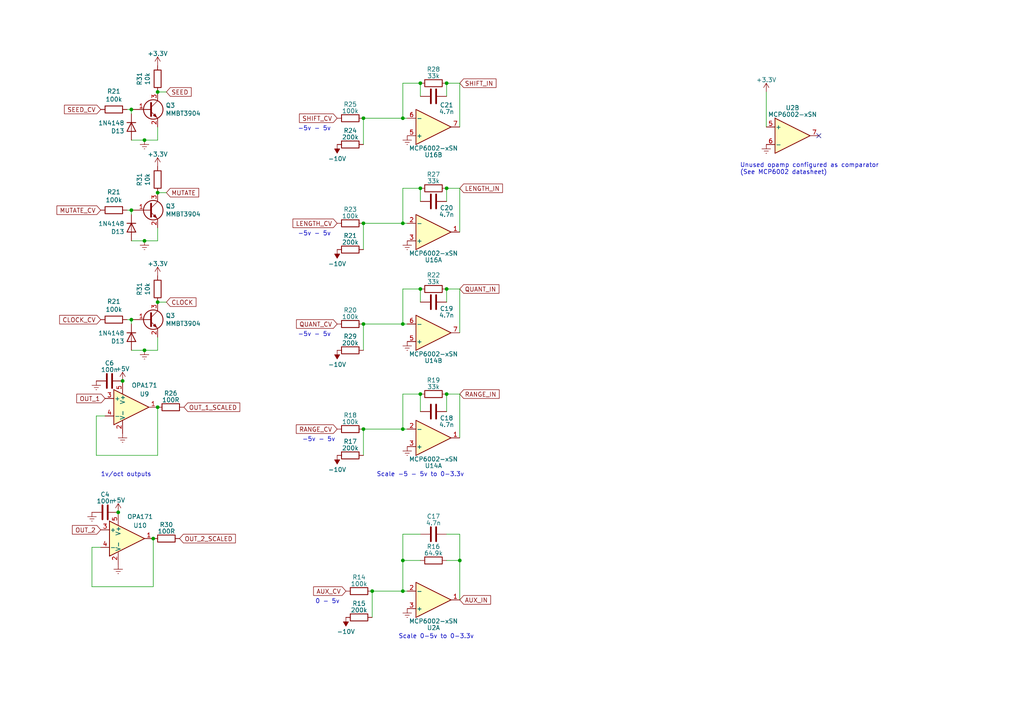
<source format=kicad_sch>
(kicad_sch (version 20231120) (generator "eeschema") (generator_version "8.0")
  (paper "A4")
  (title_block (title "IO scaling and buffering") (date "2023-06-07") (rev "1.1"))
  (lib_symbols
    (symbol "+3.3V_1" (power) (pin_names (offset 0))
      (property "Value" "+3.3V_1" (at 0 3.556 0))
      (symbol "+3.3V_1_0_1"
        (polyline (pts (xy -0.762 1.27) (xy 0 2.54)))
        (polyline (pts (xy 0 0) (xy 0 2.54)))
        (polyline (pts (xy 0 2.54) (xy 0.762 1.27)))
      )
      (symbol "+3.3V_1_1_1"
        (pin power_in line (at 0 0 90) (length 0) hide (name "+3.3V") (number "1"))
      )
    )
    (symbol "+3.3V_2" (power) (pin_names (offset 0))
      (property "Value" "+3.3V_2" (at 0 3.556 0))
      (symbol "+3.3V_2_0_1"
        (polyline (pts (xy -0.762 1.27) (xy 0 2.54)))
        (polyline (pts (xy 0 0) (xy 0 2.54)))
        (polyline (pts (xy 0 2.54) (xy 0.762 1.27)))
      )
      (symbol "+3.3V_2_1_1"
        (pin power_in line (at 0 0 90) (length 0) hide (name "+3.3V") (number "1"))
      )
    )
    (symbol "+3.3V_3" (power) (pin_names (offset 0))
      (property "Value" "+3.3V_3" (at 0 3.556 0))
      (symbol "+3.3V_3_0_1"
        (polyline (pts (xy -0.762 1.27) (xy 0 2.54)))
        (polyline (pts (xy 0 0) (xy 0 2.54)))
        (polyline (pts (xy 0 2.54) (xy 0.762 1.27)))
      )
      (symbol "+3.3V_3_1_1"
        (pin power_in line (at 0 0 90) (length 0) hide (name "+3.3V") (number "1"))
      )
    )
    (symbol "Amplifier_Operational:MCP6002-xSN" (pin_names (offset 0.127))
      (property "Reference" "U" (at 0 5.08 0))
      (property "Value" "MCP6002-xSN" (at 0 -5.08 0))
      (symbol "MCP6002-xSN_1_1"
        (polyline (pts (xy -5.08 5.08) (xy 5.08 0) (xy -5.08 -5.08) (xy -5.08 5.08)) (stroke (width 0.254)) (fill (type background)))
        (pin output line (at 7.62 0 180) (length 2.54) (name "~") (number "1"))
        (pin input line (at -7.62 -2.54 0) (length 2.54) (name "-") (number "2"))
        (pin input line (at -7.62 2.54 0) (length 2.54) (name "+") (number "3"))
      )
      (symbol "MCP6002-xSN_2_1"
        (polyline (pts (xy -5.08 5.08) (xy 5.08 0) (xy -5.08 -5.08) (xy -5.08 5.08)) (stroke (width 0.254)) (fill (type background)))
        (pin input line (at -7.62 2.54 0) (length 2.54) (name "+") (number "5"))
        (pin input line (at -7.62 -2.54 0) (length 2.54) (name "-") (number "6"))
        (pin output line (at 7.62 0 180) (length 2.54) (name "~") (number "7"))
      )
      (symbol "MCP6002-xSN_3_1"
        (pin power_in line (at -2.54 -7.62 90) (length 3.81) (name "V-") (number "4"))
        (pin power_in line (at -2.54 7.62 270) (length 3.81) (name "V+") (number "8"))
      )
    )
    (symbol "Amplifier_Operational:OPA188xxDBV" (pin_names (offset 0.127))
      (property "Reference" "U" (at 0 5.08 0))
      (property "Value" "OPA188xxDBV" (at 0 -5.08 0))
      (symbol "OPA188xxDBV_0_1"
        (polyline (pts (xy -5.08 5.08) (xy 5.08 0) (xy -5.08 -5.08) (xy -5.08 5.08)) (stroke (width 0.254)) (fill (type background)))
        (pin power_in line (at -2.54 -7.62 90) (length 3.81) (name "V-") (number "2"))
        (pin power_in line (at -2.54 7.62 270) (length 3.81) (name "V+") (number "5"))
      )
      (symbol "OPA188xxDBV_1_1"
        (pin output line (at 7.62 0 180) (length 2.54) (name "~") (number "1"))
        (pin input line (at -7.62 2.54 0) (length 2.54) (name "+") (number "3"))
        (pin input line (at -7.62 -2.54 0) (length 2.54) (name "-") (number "4"))
      )
    )
    (symbol "Device:C" (pin_numbers hide) (pin_names (offset 0.254))
      (property "Reference" "C" (at 0.635 2.54 0))
      (property "Value" "C" (at 0.635 -2.54 0))
      (symbol "C_0_1"
        (polyline (pts (xy -2.032 -0.762) (xy 2.032 -0.762)) (stroke (width 0.508)))
        (polyline (pts (xy -2.032 0.762) (xy 2.032 0.762)) (stroke (width 0.508)))
      )
      (symbol "C_1_1"
        (pin passive line (at 0 3.81 270) (length 2.794) (name "~") (number "1"))
        (pin passive line (at 0 -3.81 90) (length 2.794) (name "~") (number "2"))
      )
    )
    (symbol "Device:R" (pin_numbers hide) (pin_names (offset 0))
      (property "Reference" "R" (at 2.032 0 90))
      (property "Value" "R" (at 0 0 90))
      (symbol "R_0_1"
        (rectangle (start -1.016 -2.54) (end 1.016 2.54) (stroke (width 0.254)))
      )
      (symbol "R_1_1"
        (pin passive line (at 0 3.81 270) (length 1.27) (name "~") (number "1"))
        (pin passive line (at 0 -3.81 90) (length 1.27) (name "~") (number "2"))
      )
    )
    (symbol "Diode:1N4148" (pin_numbers hide) (pin_names (offset 1.016) hide)
      (property "Reference" "D" (at 0 2.54 0))
      (property "Value" "1N4148" (at 0 -2.54 0))
      (symbol "1N4148_0_1"
        (polyline (pts (xy -1.27 1.27) (xy -1.27 -1.27)) (stroke (width 0.254)))
        (polyline (pts (xy 1.27 0) (xy -1.27 0)))
        (polyline (pts (xy 1.27 1.27) (xy 1.27 -1.27) (xy -1.27 0) (xy 1.27 1.27)) (stroke (width 0.254)))
      )
      (symbol "1N4148_1_1"
        (pin passive line (at -3.81 0 0) (length 2.54) (name "K") (number "1"))
        (pin passive line (at 3.81 0 180) (length 2.54) (name "A") (number "2"))
      )
    )
    (symbol "Earth_1" (power) (pin_names (offset 0))
      (symbol "Earth_1_0_1"
        (polyline (pts (xy -0.635 -1.905) (xy 0.635 -1.905)))
        (polyline (pts (xy -0.127 -2.54) (xy 0.127 -2.54)))
        (polyline (pts (xy 0 -1.27) (xy 0 0)))
        (polyline (pts (xy 1.27 -1.27) (xy -1.27 -1.27)))
      )
      (symbol "Earth_1_1_1"
        (pin power_in line (at 0 0 270) (length 0) hide (name "Earth") (number "1"))
      )
    )
    (symbol "Earth_2" (power) (pin_names (offset 0))
      (symbol "Earth_2_0_1"
        (polyline (pts (xy -0.635 -1.905) (xy 0.635 -1.905)))
        (polyline (pts (xy -0.127 -2.54) (xy 0.127 -2.54)))
        (polyline (pts (xy 0 -1.27) (xy 0 0)))
        (polyline (pts (xy 1.27 -1.27) (xy -1.27 -1.27)))
      )
      (symbol "Earth_2_1_1"
        (pin power_in line (at 0 0 270) (length 0) hide (name "Earth") (number "1"))
      )
    )
    (symbol "Earth_3" (power) (pin_names (offset 0))
      (symbol "Earth_3_0_1"
        (polyline (pts (xy -0.635 -1.905) (xy 0.635 -1.905)))
        (polyline (pts (xy -0.127 -2.54) (xy 0.127 -2.54)))
        (polyline (pts (xy 0 -1.27) (xy 0 0)))
        (polyline (pts (xy 1.27 -1.27) (xy -1.27 -1.27)))
      )
      (symbol "Earth_3_1_1"
        (pin power_in line (at 0 0 270) (length 0) hide (name "Earth") (number "1"))
      )
    )
    (symbol "Transistor_BJT:MMBT3904" (pin_names (offset 0) hide)
      (property "Reference" "Q" (at 5.08 1.905 0))
      (property "Value" "MMBT3904" (at 5.08 0 0))
      (symbol "MMBT3904_0_1"
        (polyline (pts (xy 0.635 0.635) (xy 2.54 2.54)))
        (polyline (pts (xy 0.635 -0.635) (xy 2.54 -2.54) (xy 2.54 -2.54)))
        (polyline (pts (xy 0.635 1.905) (xy 0.635 -1.905) (xy 0.635 -1.905)) (stroke (width 0.508)))
        (polyline (pts (xy 1.27 -1.778) (xy 1.778 -1.27) (xy 2.286 -2.286) (xy 1.27 -1.778) (xy 1.27 -1.778)) (fill (type outline)))
        (circle (center 1.27 0) (radius 2.8194) (stroke (width 0.254)))
      )
      (symbol "MMBT3904_1_1"
        (pin input line (at -5.08 0 0) (length 5.715) (name "B") (number "1"))
        (pin passive line (at 2.54 -5.08 90) (length 2.54) (name "E") (number "2"))
        (pin passive line (at 2.54 5.08 270) (length 2.54) (name "C") (number "3"))
      )
    )
    (symbol "power:+5V" (power) (pin_names (offset 0))
      (property "Value" "+5V" (at 0 3.556 0))
      (symbol "+5V_0_1"
        (polyline (pts (xy -0.762 1.27) (xy 0 2.54)))
        (polyline (pts (xy 0 0) (xy 0 2.54)))
        (polyline (pts (xy 0 2.54) (xy 0.762 1.27)))
      )
      (symbol "+5V_1_1"
        (pin power_in line (at 0 0 90) (length 0) hide (name "+5V") (number "1"))
      )
    )
    (symbol "power:-10V" (power) (pin_names (offset 0))
      (property "Value" "-10V" (at 0 3.81 0))
      (symbol "-10V_0_0"
        (pin power_in line (at 0 0 90) (length 0) hide (name "-10V") (number "1"))
      )
      (symbol "-10V_0_1"
        (polyline (pts (xy 0 0) (xy 0 1.27) (xy 0.762 1.27) (xy 0 2.54) (xy -0.762 1.27) (xy 0 1.27)) (fill (type outline)))
      )
    )
    (symbol "power:Earth" (power) (pin_names (offset 0))
      (symbol "Earth_0_1"
        (polyline (pts (xy -0.635 -1.905) (xy 0.635 -1.905)))
        (polyline (pts (xy -0.127 -2.54) (xy 0.127 -2.54)))
        (polyline (pts (xy 0 -1.27) (xy 0 0)))
        (polyline (pts (xy 1.27 -1.27) (xy -1.27 -1.27)))
      )
      (symbol "Earth_1_1"
        (pin power_in line (at 0 0 270) (length 0) hide (name "Earth") (number "1"))
      )
    )
  )
  (junction (at 116.84 93.98))
  (junction (at 38.1 31.75))
  (junction (at 121.92 54.61))
  (junction (at 121.92 83.82))
  (junction (at 45.72 87.63))
  (junction (at 45.72 26.67))
  (junction (at 116.84 34.29))
  (junction (at 105.41 64.77))
  (junction (at 129.54 114.3))
  (junction (at 41.91 40.64))
  (junction (at 34.29 148.59))
  (junction (at 116.84 162.56))
  (junction (at 116.84 64.77))
  (junction (at 41.91 69.85))
  (junction (at 105.41 93.98))
  (junction (at 129.54 54.61))
  (junction (at 38.1 92.71))
  (junction (at 133.35 162.56))
  (junction (at 107.95 171.45))
  (junction (at 35.56 110.49))
  (junction (at 105.41 34.29))
  (junction (at 105.41 124.46))
  (junction (at 38.1 60.96))
  (junction (at 121.92 114.3))
  (junction (at 116.84 171.45))
  (junction (at 44.45 156.21))
  (junction (at 129.54 83.82))
  (junction (at 116.84 124.46))
  (junction (at 121.92 24.13))
  (junction (at 129.54 24.13))
  (junction (at 41.91 101.6))
  (junction (at 45.72 55.88))
  (junction (at 45.72 118.11))
  (no_connect (at 237.49 39.37))
  (wire (pts (xy 105.41 124.46) (xy 105.41 132.08)))
  (wire (pts (xy 121.92 54.61) (xy 121.92 58.42)))
  (wire (pts (xy 116.84 162.56) (xy 116.84 171.45)))
  (wire (pts (xy 133.35 154.94) (xy 133.35 162.56)))
  (wire (pts (xy 45.72 66.04) (xy 45.72 69.85)))
  (wire (pts (xy 121.92 114.3) (xy 116.84 114.3)))
  (wire (pts (xy 116.84 154.94) (xy 116.84 162.56)))
  (wire (pts (xy 45.72 36.83) (xy 45.72 40.64)))
  (wire (pts (xy 105.41 93.98) (xy 116.84 93.98)))
  (wire (pts (xy 116.84 124.46) (xy 118.11 124.46)))
  (wire (pts (xy 38.1 101.6) (xy 41.91 101.6)))
  (wire (pts (xy 129.54 114.3) (xy 129.54 119.38)))
  (wire (pts (xy 26.67 158.75) (xy 29.21 158.75)))
  (wire (pts (xy 38.1 60.96) (xy 38.1 62.23)))
  (wire (pts (xy 41.91 101.6) (xy 45.72 101.6)))
  (wire (pts (xy 38.1 92.71) (xy 38.1 93.98)))
  (wire (pts (xy 129.54 54.61) (xy 129.54 58.42)))
  (wire (pts (xy 121.92 24.13) (xy 121.92 27.94)))
  (wire (pts (xy 129.54 83.82) (xy 129.54 87.63)))
  (wire (pts (xy 133.35 127) (xy 133.35 114.3)))
  (wire (pts (xy 26.67 170.18) (xy 44.45 170.18)))
  (wire (pts (xy 105.41 64.77) (xy 116.84 64.77)))
  (wire (pts (xy 116.84 64.77) (xy 118.11 64.77)))
  (wire (pts (xy 116.84 54.61) (xy 116.84 64.77)))
  (wire (pts (xy 121.92 24.13) (xy 116.84 24.13)))
  (wire (pts (xy 133.35 54.61) (xy 129.54 54.61)))
  (wire (pts (xy 133.35 162.56) (xy 133.35 173.99)))
  (wire (pts (xy 45.72 97.79) (xy 45.72 101.6)))
  (wire (pts (xy 48.26 55.88) (xy 45.72 55.88)))
  (wire (pts (xy 121.92 162.56) (xy 116.84 162.56)))
  (wire (pts (xy 41.91 40.64) (xy 45.72 40.64)))
  (wire (pts (xy 116.84 24.13) (xy 116.84 34.29)))
  (wire (pts (xy 105.41 64.77) (xy 105.41 72.39)))
  (wire (pts (xy 107.95 171.45) (xy 116.84 171.45)))
  (wire (pts (xy 133.35 36.83) (xy 133.35 24.13)))
  (wire (pts (xy 129.54 154.94) (xy 133.35 154.94)))
  (wire (pts (xy 121.92 54.61) (xy 116.84 54.61)))
  (wire (pts (xy 26.67 170.18) (xy 26.67 158.75)))
  (wire (pts (xy 48.26 26.67) (xy 45.72 26.67)))
  (wire (pts (xy 133.35 83.82) (xy 129.54 83.82)))
  (wire (pts (xy 36.83 31.75) (xy 38.1 31.75)))
  (wire (pts (xy 38.1 31.75) (xy 38.1 33.02)))
  (wire (pts (xy 105.41 93.98) (xy 105.41 101.6)))
  (wire (pts (xy 133.35 114.3) (xy 129.54 114.3)))
  (wire (pts (xy 105.41 124.46) (xy 116.84 124.46)))
  (wire (pts (xy 48.26 87.63) (xy 45.72 87.63)))
  (wire (pts (xy 105.41 34.29) (xy 105.41 41.91)))
  (wire (pts (xy 116.84 34.29) (xy 118.11 34.29)))
  (wire (pts (xy 107.95 171.45) (xy 107.95 179.07)))
  (wire (pts (xy 222.25 26.67) (xy 222.25 36.83)))
  (wire (pts (xy 121.92 83.82) (xy 116.84 83.82)))
  (wire (pts (xy 105.41 34.29) (xy 116.84 34.29)))
  (wire (pts (xy 27.94 120.65) (xy 30.48 120.65)))
  (wire (pts (xy 116.84 83.82) (xy 116.84 93.98)))
  (wire (pts (xy 133.35 67.31) (xy 133.35 54.61)))
  (wire (pts (xy 116.84 171.45) (xy 118.11 171.45)))
  (wire (pts (xy 27.94 132.08) (xy 27.94 120.65)))
  (wire (pts (xy 133.35 96.52) (xy 133.35 83.82)))
  (wire (pts (xy 41.91 69.85) (xy 45.72 69.85)))
  (wire (pts (xy 129.54 162.56) (xy 133.35 162.56)))
  (wire (pts (xy 116.84 114.3) (xy 116.84 124.46)))
  (wire (pts (xy 44.45 156.21) (xy 44.45 170.18)))
  (wire (pts (xy 36.83 60.96) (xy 38.1 60.96)))
  (wire (pts (xy 116.84 93.98) (xy 118.11 93.98)))
  (wire (pts (xy 129.54 24.13) (xy 129.54 27.94)))
  (wire (pts (xy 36.83 92.71) (xy 38.1 92.71)))
  (wire (pts (xy 121.92 83.82) (xy 121.92 87.63)))
  (wire (pts (xy 38.1 69.85) (xy 41.91 69.85)))
  (wire (pts (xy 121.92 114.3) (xy 121.92 119.38)))
  (wire (pts (xy 45.72 118.11) (xy 45.72 132.08)))
  (wire (pts (xy 27.94 132.08) (xy 45.72 132.08)))
  (wire (pts (xy 121.92 154.94) (xy 116.84 154.94)))
  (wire (pts (xy 133.35 24.13) (xy 129.54 24.13)))
  (wire (pts (xy 38.1 40.64) (xy 41.91 40.64)))
  (text "Scale -5 - 5v to 0-3.3v" (at 109.22 138.43 0) (effects (font (size 1.27 1.27)) (justify left bottom)))
  (text "1v/oct outputs" (at 29.21 138.43 0) (effects (font (size 1.27 1.27)) (justify left bottom)))
  (text "-5v - 5v" (at 86.36 38.1 0) (effects (font (size 1.27 1.27)) (justify left bottom)))
  (text "-5v - 5v" (at 87.63 128.27 0) (effects (font (size 1.27 1.27)) (justify left bottom)))
  (text "Unused opamp configured as comparator\n(See MCP6002 datasheet)" (at 214.63 50.8 0) (effects (font (size 1.27 1.27)) (justify left bottom)))
  (text "0 - 5v" (at 91.44 175.26 0) (effects (font (size 1.27 1.27)) (justify left bottom)))
  (text "-5v - 5v" (at 86.36 68.58 0) (effects (font (size 1.27 1.27)) (justify left bottom)))
  (text "-5v - 5v" (at 86.36 97.79 0) (effects (font (size 1.27 1.27)) (justify left bottom)))
  (text "Scale 0-5v to 0-3.3v" (at 115.57 185.42 0) (effects (font (size 1.27 1.27)) (justify left bottom)))
  (global_label "QUANT_CV" (shape input) (at 97.79 93.98 180) (property "Intersheetrefs" "${INTERSHEET_REFS}" (effects (hide yes))))
  (global_label "MUTATE" (shape input) (at 48.26 55.88 0) (property "Intersheetrefs" "${INTERSHEET_REFS}" (effects (hide yes))))
  (global_label "SHIFT_CV" (shape input) (at 97.79 34.29 180) (property "Intersheetrefs" "${INTERSHEET_REFS}" (effects (hide yes))))
  (global_label "CLOCK" (shape input) (at 48.26 87.63 0) (property "Intersheetrefs" "${INTERSHEET_REFS}" (effects (hide yes))))
  (global_label "MUTATE_CV" (shape input) (at 29.21 60.96 180) (property "Intersheetrefs" "${INTERSHEET_REFS}" (effects (hide yes))))
  (global_label "AUX_IN" (shape input) (at 133.35 173.99 0) (property "Intersheetrefs" "${INTERSHEET_REFS}" (effects (hide yes))))
  (global_label "OUT_2_SCALED" (shape input) (at 52.07 156.21 0) (property "Intersheetrefs" "${INTERSHEET_REFS}" (effects (hide yes))))
  (global_label "SEED_CV" (shape input) (at 29.21 31.75 180) (property "Intersheetrefs" "${INTERSHEET_REFS}" (effects (hide yes))))
  (global_label "RANGE_IN" (shape input) (at 133.35 114.3 0) (property "Intersheetrefs" "${INTERSHEET_REFS}" (effects (hide yes))))
  (global_label "LENGTH_IN" (shape input) (at 133.35 54.61 0) (property "Intersheetrefs" "${INTERSHEET_REFS}" (effects (hide yes))))
  (global_label "CLOCK_CV" (shape input) (at 29.21 92.71 180) (property "Intersheetrefs" "${INTERSHEET_REFS}" (effects (hide yes))))
  (global_label "QUANT_IN" (shape input) (at 133.35 83.82 0) (property "Intersheetrefs" "${INTERSHEET_REFS}" (effects (hide yes))))
  (global_label "OUT_1_SCALED" (shape input) (at 53.34 118.11 0) (property "Intersheetrefs" "${INTERSHEET_REFS}" (effects (hide yes))))
  (global_label "RANGE_CV" (shape input) (at 97.79 124.46 180) (property "Intersheetrefs" "${INTERSHEET_REFS}" (effects (hide yes))))
  (global_label "SEED" (shape input) (at 48.26 26.67 0) (property "Intersheetrefs" "${INTERSHEET_REFS}" (effects (hide yes))))
  (global_label "LENGTH_CV" (shape input) (at 97.79 64.77 180) (property "Intersheetrefs" "${INTERSHEET_REFS}" (effects (hide yes))))
  (global_label "OUT_1" (shape input) (at 30.48 115.57 180) (property "Intersheetrefs" "${INTERSHEET_REFS}" (effects (hide yes))))
  (global_label "SHIFT_IN" (shape input) (at 133.35 24.13 0) (property "Intersheetrefs" "${INTERSHEET_REFS}" (effects (hide yes))))
  (global_label "AUX_CV" (shape input) (at 100.33 171.45 180) (property "Intersheetrefs" "${INTERSHEET_REFS}" (effects (hide yes))))
  (global_label "OUT_2" (shape input) (at 29.21 153.67 180) (property "Intersheetrefs" "${INTERSHEET_REFS}" (effects (hide yes))))
  (symbol (lib_id "power:-10V") (at 97.79 101.6 180) (unit 1)
    (property "Reference" "#PWR096" (effects (hide yes)))
    (property "Value" "-10V" (at 97.79 105.7355 0))
  )
  (symbol (lib_id "Amplifier_Operational:MCP6002-xSN") (at 125.73 173.99 0) (mirror x) (unit 1)
    (property "Reference" "U2" (at 125.73 182.0799 0))
    (property "Value" "MCP6002-xSN" (at 125.73 180.1589 0))
    (property "Footprint" "Package_SO:SOIC-8_3.9x4.9mm_P1.27mm" (effects (hide yes)))
    (property "Datasheet" "http://ww1.microchip.com/downloads/en/DeviceDoc/21733j.pdf" (effects (hide yes)))
  )
  (symbol (lib_id "Device:C") (at 30.48 148.59 90) (unit 1)
    (property "Reference" "C4" (at 30.48 143.4211 90))
    (property "Value" "100n" (at 30.48 145.3421 90))
    (property "Footprint" "Capacitor_SMD:C_0603_1608Metric" (effects (hide yes)))
  )
  (symbol (lib_id "Device:R") (at 33.02 60.96 270) (unit 1)
    (property "Reference" "R21" (at 33.02 55.7022 90))
    (property "Value" "100k" (at 33.02 58.0136 90))
    (property "Footprint" "Resistor_SMD:R_0603_1608Metric" (effects (hide yes)))
    (instances (project "d6" (path "" (reference "R21") (unit 1))) (project "sycamore" (path "" (reference "R8") (unit 1))))
  )
  (symbol (lib_id "Device:C") (at 31.75 110.49 90) (unit 1)
    (property "Reference" "C6" (at 31.75 105.3211 90))
    (property "Value" "100n" (at 31.75 107.2421 90))
    (property "Footprint" "Capacitor_SMD:C_0603_1608Metric" (effects (hide yes)))
  )
  (symbol (lib_id "Diode:1N4148") (at 38.1 66.04 270) (unit 1)
    (property "Reference" "D13" (at 36.0934 67.2084 90) (effects (justify right)))
    (property "Value" "1N4148" (at 36.0934 64.897 90) (effects (justify right)))
    (property "Footprint" "Diode_SMD:D_SOD-323" (effects (hide yes)))
    (property "Datasheet" "https://assets.nexperia.com/documents/data-sheet/1N4148_1N4448.pdf" (effects (hide yes)))
    (instances (project "d6" (path "" (reference "D13") (unit 1))) (project "sycamore" (path "" (reference "D8") (unit 1))))
  )
  (symbol (lib_id "Device:R") (at 45.72 52.07 0) (unit 1)
    (property "Reference" "R31" (at 40.4622 52.07 90))
    (property "Value" "10k" (at 42.7736 52.07 90))
    (property "Footprint" "Resistor_SMD:R_0603_1608Metric" (effects (hide yes)))
    (instances (project "d6" (path "" (reference "R31") (unit 1))) (project "sycamore" (path "" (reference "R9") (unit 1))))
  )
  (symbol (lib_id "Amplifier_Operational:MCP6002-xSN") (at 125.73 127 0) (mirror x) (unit 1)
    (property "Reference" "U14" (at 125.73 135.0899 0))
    (property "Value" "MCP6002-xSN" (at 125.73 133.1689 0))
    (property "Footprint" "Package_SO:SOIC-8_3.9x4.9mm_P1.27mm" (effects (hide yes)))
    (property "Datasheet" "http://ww1.microchip.com/downloads/en/DeviceDoc/21733j.pdf" (effects (hide yes)))
  )
  (symbol (lib_name "+3.3V_1") (lib_id "power:+3.3V") (at 45.72 80.01 0) (unit 1)
    (property "Reference" "#PWR0115" (effects (hide yes)))
    (property "Value" "+3.3V" (at 45.72 76.5081 0))
  )
  (symbol (lib_name "Earth_1") (lib_id "power:Earth") (at 118.11 176.53 0) (unit 1)
    (property "Reference" "#PWR078" (effects (hide yes)))
    (property "Value" "Earth" (effects (hide yes)))
  )
  (symbol (lib_id "Device:R") (at 125.73 24.13 270) (unit 1)
    (property "Reference" "R28" (at 125.73 20.1041 90))
    (property "Value" "33k" (at 125.73 22.0251 90))
    (property "Footprint" "Resistor_SMD:R_0603_1608Metric" (effects (hide yes)))
  )
  (symbol (lib_id "Amplifier_Operational:MCP6002-xSN") (at 229.87 39.37 0) (unit 2)
    (property "Reference" "U2" (at 229.87 31.2801 0))
    (property "Value" "MCP6002-xSN" (at 229.87 33.2011 0))
    (property "Footprint" "Package_SO:SOIC-8_3.9x4.9mm_P1.27mm" (effects (hide yes)))
    (property "Datasheet" "http://ww1.microchip.com/downloads/en/DeviceDoc/21733j.pdf" (effects (hide yes)))
  )
  (symbol (lib_id "Device:R") (at 125.73 114.3 270) (unit 1)
    (property "Reference" "R19" (at 125.73 110.2741 90))
    (property "Value" "33k" (at 125.73 112.1951 90))
    (property "Footprint" "Resistor_SMD:R_0603_1608Metric" (effects (hide yes)))
  )
  (symbol (lib_id "power:+5V") (at 34.29 148.59 0) (unit 1)
    (property "Reference" "#PWR075" (effects (hide yes)))
    (property "Value" "+5V" (at 34.29 145.0881 0))
  )
  (symbol (lib_id "Device:R") (at 101.6 34.29 270) (unit 1)
    (property "Reference" "R25" (at 101.6 30.2641 90))
    (property "Value" "100k" (at 101.6 32.1851 90))
    (property "Footprint" "Resistor_SMD:R_0603_1608Metric" (effects (hide yes)))
  )
  (symbol (lib_id "Amplifier_Operational:OPA188xxDBV") (at 38.1 118.11 0) (unit 1)
    (property "Reference" "U9" (at 41.91 114.3 0))
    (property "Value" "OPA171" (at 41.91 111.76 0))
    (property "Footprint" "Package_TO_SOT_SMD:TSOT-23-5" (effects (hide yes)))
    (property "Datasheet" "http://www.ti.com/lit/ds/symlink/opa188.pdf" (effects (hide yes)))
  )
  (symbol (lib_id "Device:R") (at 101.6 72.39 270) (unit 1)
    (property "Reference" "R21" (at 101.6 68.3641 90))
    (property "Value" "200k" (at 101.6 70.2851 90))
    (property "Footprint" "Resistor_SMD:R_0603_1608Metric" (effects (hide yes)))
  )
  (symbol (lib_id "Device:R") (at 125.73 162.56 270) (unit 1)
    (property "Reference" "R16" (at 125.73 158.5341 90))
    (property "Value" "64.9k" (at 125.73 160.4551 90))
    (property "Footprint" "Resistor_SMD:R_0603_1608Metric" (effects (hide yes)))
  )
  (symbol (lib_id "Transistor_BJT:MMBT3904") (at 43.18 31.75 0) (unit 1)
    (property "Reference" "Q3" (at 48.0314 30.5816 0) (effects (justify left)))
    (property "Value" "MMBT3904" (at 48.0314 32.893 0) (effects (justify left)))
    (property "Footprint" "Package_TO_SOT_SMD:SOT-23" (effects (hide yes)))
    (property "Datasheet" "https://www.fairchildsemi.com/datasheets/2N/2N3904.pdf" (effects (hide yes)))
    (instances (project "d6" (path "" (reference "Q3") (unit 1))) (project "sycamore" (path "" (reference "Q1") (unit 1))))
  )
  (symbol (lib_id "power:-10V") (at 97.79 72.39 180) (unit 1)
    (property "Reference" "#PWR097" (effects (hide yes)))
    (property "Value" "-10V" (at 97.79 76.5255 0))
  )
  (symbol (lib_id "Device:R") (at 45.72 83.82 0) (unit 1)
    (property "Reference" "R31" (at 40.4622 83.82 90))
    (property "Value" "10k" (at 42.7736 83.82 90))
    (property "Footprint" "Resistor_SMD:R_0603_1608Metric" (effects (hide yes)))
    (instances (project "d6" (path "" (reference "R31") (unit 1))) (project "sycamore" (path "" (reference "R7") (unit 1))))
  )
  (symbol (lib_name "Earth_1") (lib_id "power:Earth") (at 34.29 163.83 0) (unit 1)
    (property "Reference" "#PWR076" (effects (hide yes)))
    (property "Value" "Earth" (effects (hide yes)))
  )
  (symbol (lib_id "power:-10V") (at 97.79 41.91 180) (unit 1)
    (property "Reference" "#PWR098" (effects (hide yes)))
    (property "Value" "-10V" (at 97.79 46.0455 0))
  )
  (symbol (lib_id "Device:C") (at 125.73 27.94 90) (unit 1)
    (property "Reference" "C21" (at 129.54 30.48 90))
    (property "Value" "4.7n" (at 129.54 32.401 90))
    (property "Footprint" "Capacitor_SMD:C_0603_1608Metric" (effects (hide yes)))
  )
  (symbol (lib_name "Earth_3") (lib_id "power:Earth") (at 27.94 110.49 0) (unit 1)
    (property "Reference" "#PWR050" (effects (hide yes)))
    (property "Value" "Earth" (effects (hide yes)))
  )
  (symbol (lib_id "Device:R") (at 104.14 179.07 270) (unit 1)
    (property "Reference" "R15" (at 104.14 175.0441 90))
    (property "Value" "200k" (at 104.14 176.9651 90))
    (property "Footprint" "Resistor_SMD:R_0603_1608Metric" (effects (hide yes)))
  )
  (symbol (lib_id "Device:R") (at 101.6 101.6 270) (unit 1)
    (property "Reference" "R29" (at 101.6 97.5741 90))
    (property "Value" "200k" (at 101.6 99.4951 90))
    (property "Footprint" "Resistor_SMD:R_0603_1608Metric" (effects (hide yes)))
  )
  (symbol (lib_id "Device:R") (at 101.6 41.91 270) (unit 1)
    (property "Reference" "R24" (at 101.6 37.8841 90))
    (property "Value" "200k" (at 101.6 39.8051 90))
    (property "Footprint" "Resistor_SMD:R_0603_1608Metric" (effects (hide yes)))
  )
  (symbol (lib_id "Device:R") (at 45.72 22.86 0) (unit 1)
    (property "Reference" "R31" (at 40.4622 22.86 90))
    (property "Value" "10k" (at 42.7736 22.86 90))
    (property "Footprint" "Resistor_SMD:R_0603_1608Metric" (effects (hide yes)))
    (instances (project "d6" (path "" (reference "R31") (unit 1))) (project "sycamore" (path "" (reference "R5") (unit 1))))
  )
  (symbol (lib_id "Device:C") (at 125.73 154.94 90) (unit 1)
    (property "Reference" "C17" (at 125.73 149.7711 90))
    (property "Value" "4.7n" (at 125.73 151.6921 90))
    (property "Footprint" "Capacitor_SMD:C_0603_1608Metric" (effects (hide yes)))
  )
  (symbol (lib_id "Device:R") (at 101.6 93.98 270) (unit 1)
    (property "Reference" "R20" (at 101.6 89.9541 90))
    (property "Value" "100k" (at 101.6 91.8751 90))
    (property "Footprint" "Resistor_SMD:R_0603_1608Metric" (effects (hide yes)))
  )
  (symbol (lib_id "power:+5V") (at 35.56 110.49 0) (unit 1)
    (property "Reference" "#PWR073" (effects (hide yes)))
    (property "Value" "+5V" (at 35.56 106.9881 0))
  )
  (symbol (lib_name "Earth_2") (lib_id "power:Earth") (at 118.11 129.54 0) (unit 1)
    (property "Reference" "#PWR084" (effects (hide yes)))
    (property "Value" "Earth" (effects (hide yes)))
  )
  (symbol (lib_name "Earth_2") (lib_id "power:Earth") (at 118.11 39.37 0) (unit 1)
    (property "Reference" "#PWR086" (effects (hide yes)))
    (property "Value" "Earth" (effects (hide yes)))
  )
  (symbol (lib_id "power:Earth") (at 41.91 101.6 0) (unit 1)
    (property "Reference" "#PWR0121" (effects (hide yes)))
    (property "Value" "Earth" (effects (hide yes)))
    (instances (project "d6" (path "" (reference "#PWR0121") (unit 1))) (project "sycamore" (path "" (reference "#PWR067") (unit 1))))
  )
  (symbol (lib_id "power:Earth") (at 41.91 40.64 0) (unit 1)
    (property "Reference" "#PWR0121" (effects (hide yes)))
    (property "Value" "Earth" (effects (hide yes)))
    (instances (project "d6" (path "" (reference "#PWR0121") (unit 1))) (project "sycamore" (path "" (reference "#PWR065") (unit 1))))
  )
  (symbol (lib_id "Device:R") (at 125.73 83.82 270) (unit 1)
    (property "Reference" "R22" (at 125.73 79.7941 90))
    (property "Value" "33k" (at 125.73 81.7151 90))
    (property "Footprint" "Resistor_SMD:R_0603_1608Metric" (effects (hide yes)))
  )
  (symbol (lib_id "Device:R") (at 104.14 171.45 270) (unit 1)
    (property "Reference" "R14" (at 104.14 167.4241 90))
    (property "Value" "100k" (at 104.14 169.3451 90))
    (property "Footprint" "Resistor_SMD:R_0603_1608Metric" (effects (hide yes)))
  )
  (symbol (lib_name "+3.3V_2") (lib_id "power:+3.3V") (at 45.72 48.26 0) (unit 1)
    (property "Reference" "#PWR068" (effects (hide yes)))
    (property "Value" "+3.3V" (at 45.72 44.7581 0))
  )
  (symbol (lib_id "Device:C") (at 125.73 119.38 90) (unit 1)
    (property "Reference" "C18" (at 129.54 121.269 90))
    (property "Value" "4.7n" (at 129.54 123.19 90))
    (property "Footprint" "Capacitor_SMD:C_0603_1608Metric" (effects (hide yes)))
  )
  (symbol (lib_id "power:Earth") (at 41.91 69.85 0) (unit 1)
    (property "Reference" "#PWR0121" (effects (hide yes)))
    (property "Value" "Earth" (effects (hide yes)))
    (instances (project "d6" (path "" (reference "#PWR0121") (unit 1))) (project "sycamore" (path "" (reference "#PWR069") (unit 1))))
  )
  (symbol (lib_name "Earth_1") (lib_id "power:Earth") (at 222.25 41.91 0) (unit 1)
    (property "Reference" "#PWR054" (effects (hide yes)))
    (property "Value" "Earth" (effects (hide yes)))
  )
  (symbol (lib_id "Diode:1N4148") (at 38.1 97.79 270) (unit 1)
    (property "Reference" "D13" (at 36.0934 98.9584 90) (effects (justify right)))
    (property "Value" "1N4148" (at 36.0934 96.647 90) (effects (justify right)))
    (property "Footprint" "Diode_SMD:D_SOD-323" (effects (hide yes)))
    (property "Datasheet" "https://assets.nexperia.com/documents/data-sheet/1N4148_1N4448.pdf" (effects (hide yes)))
    (instances (project "d6" (path "" (reference "D13") (unit 1))) (project "sycamore" (path "" (reference "D7") (unit 1))))
  )
  (symbol (lib_id "Device:R") (at 101.6 132.08 270) (unit 1)
    (property "Reference" "R17" (at 101.6 128.0541 90))
    (property "Value" "200k" (at 101.6 129.9751 90))
    (property "Footprint" "Resistor_SMD:R_0603_1608Metric" (effects (hide yes)))
  )
  (symbol (lib_name "Earth_2") (lib_id "power:Earth") (at 118.11 99.06 0) (unit 1)
    (property "Reference" "#PWR083" (effects (hide yes)))
    (property "Value" "Earth" (effects (hide yes)))
  )
  (symbol (lib_name "+3.3V_3") (lib_id "power:+3.3V") (at 222.25 26.67 0) (unit 1)
    (property "Reference" "#PWR04" (effects (hide yes)))
    (property "Value" "+3.3V" (at 222.25 23.1681 0))
  )
  (symbol (lib_id "power:-10V") (at 100.33 179.07 180) (unit 1)
    (property "Reference" "#PWR077" (effects (hide yes)))
    (property "Value" "-10V" (at 100.33 183.2055 0))
  )
  (symbol (lib_id "Amplifier_Operational:MCP6002-xSN") (at 125.73 67.31 0) (mirror x) (unit 1)
    (property "Reference" "U16" (at 125.73 75.3999 0))
    (property "Value" "MCP6002-xSN" (at 125.73 73.4789 0))
    (property "Footprint" "Package_SO:SOIC-8_3.9x4.9mm_P1.27mm" (effects (hide yes)))
    (property "Datasheet" "http://ww1.microchip.com/downloads/en/DeviceDoc/21733j.pdf" (effects (hide yes)))
  )
  (symbol (lib_id "Device:R") (at 101.6 64.77 270) (unit 1)
    (property "Reference" "R23" (at 101.6 60.7441 90))
    (property "Value" "100k" (at 101.6 62.6651 90))
    (property "Footprint" "Resistor_SMD:R_0603_1608Metric" (effects (hide yes)))
  )
  (symbol (lib_id "Device:C") (at 125.73 58.42 90) (unit 1)
    (property "Reference" "C20" (at 129.54 60.309 90))
    (property "Value" "4.7n" (at 129.54 62.23 90))
    (property "Footprint" "Capacitor_SMD:C_0603_1608Metric" (effects (hide yes)))
  )
  (symbol (lib_id "Device:R") (at 48.26 156.21 90) (unit 1)
    (property "Reference" "R30" (at 48.26 152.1841 90))
    (property "Value" "100R" (at 48.26 154.1051 90))
    (property "Footprint" "Resistor_SMD:R_0603_1608Metric" (effects (hide yes)))
  )
  (symbol (lib_id "Device:C") (at 125.73 87.63 90) (unit 1)
    (property "Reference" "C19" (at 129.54 89.519 90))
    (property "Value" "4.7n" (at 129.54 91.44 90))
    (property "Footprint" "Capacitor_SMD:C_0603_1608Metric" (effects (hide yes)))
  )
  (symbol (lib_id "Diode:1N4148") (at 38.1 36.83 270) (unit 1)
    (property "Reference" "D13" (at 36.0934 37.9984 90) (effects (justify right)))
    (property "Value" "1N4148" (at 36.0934 35.687 90) (effects (justify right)))
    (property "Footprint" "Diode_SMD:D_SOD-323" (effects (hide yes)))
    (property "Datasheet" "https://assets.nexperia.com/documents/data-sheet/1N4148_1N4448.pdf" (effects (hide yes)))
    (instances (project "d6" (path "" (reference "D13") (unit 1))) (project "sycamore" (path "" (reference "D6") (unit 1))))
  )
  (symbol (lib_id "Device:R") (at 125.73 54.61 270) (unit 1)
    (property "Reference" "R27" (at 125.73 50.5841 90))
    (property "Value" "33k" (at 125.73 52.5051 90))
    (property "Footprint" "Resistor_SMD:R_0603_1608Metric" (effects (hide yes)))
  )
  (symbol (lib_name "+3.3V_2") (lib_id "power:+3.3V") (at 45.72 19.05 0) (unit 1)
    (property "Reference" "#PWR027" (effects (hide yes)))
    (property "Value" "+3.3V" (at 45.72 15.5481 0))
  )
  (symbol (lib_name "Earth_3") (lib_id "power:Earth") (at 26.67 148.59 0) (unit 1)
    (property "Reference" "#PWR048" (effects (hide yes)))
    (property "Value" "Earth" (effects (hide yes)))
  )
  (symbol (lib_id "Transistor_BJT:MMBT3904") (at 43.18 60.96 0) (unit 1)
    (property "Reference" "Q3" (at 48.0314 59.7916 0) (effects (justify left)))
    (property "Value" "MMBT3904" (at 48.0314 62.103 0) (effects (justify left)))
    (property "Footprint" "Package_TO_SOT_SMD:SOT-23" (effects (hide yes)))
    (property "Datasheet" "https://www.fairchildsemi.com/datasheets/2N/2N3904.pdf" (effects (hide yes)))
  )
  (symbol (lib_id "power:-10V") (at 97.79 132.08 180) (unit 1)
    (property "Reference" "#PWR079" (effects (hide yes)))
    (property "Value" "-10V" (at 97.79 136.2155 0))
  )
  (symbol (lib_id "Amplifier_Operational:OPA188xxDBV") (at 36.83 156.21 0) (unit 1)
    (property "Reference" "U10" (at 40.64 152.4 0))
    (property "Value" "OPA171" (at 40.64 149.86 0))
    (property "Footprint" "Package_TO_SOT_SMD:TSOT-23-5" (effects (hide yes)))
    (property "Datasheet" "http://www.ti.com/lit/ds/symlink/opa188.pdf" (effects (hide yes)))
  )
  (symbol (lib_id "Transistor_BJT:MMBT3904") (at 43.18 92.71 0) (unit 1)
    (property "Reference" "Q3" (at 48.0314 91.5416 0) (effects (justify left)))
    (property "Value" "MMBT3904" (at 48.0314 93.853 0) (effects (justify left)))
    (property "Footprint" "Package_TO_SOT_SMD:SOT-23" (effects (hide yes)))
    (property "Datasheet" "https://www.fairchildsemi.com/datasheets/2N/2N3904.pdf" (effects (hide yes)))
    (instances (project "d6" (path "" (reference "Q3") (unit 1))) (project "sycamore" (path "" (reference "Q2") (unit 1))))
  )
  (symbol (lib_name "Earth_2") (lib_id "power:Earth") (at 118.11 69.85 0) (unit 1)
    (property "Reference" "#PWR085" (effects (hide yes)))
    (property "Value" "Earth" (effects (hide yes)))
  )
  (symbol (lib_id "Device:R") (at 49.53 118.11 90) (unit 1)
    (property "Reference" "R26" (at 49.53 114.0841 90))
    (property "Value" "100R" (at 49.53 116.0051 90))
    (property "Footprint" "Resistor_SMD:R_0603_1608Metric" (effects (hide yes)))
  )
  (symbol (lib_id "Device:R") (at 33.02 92.71 270) (unit 1)
    (property "Reference" "R21" (at 33.02 87.4522 90))
    (property "Value" "100k" (at 33.02 89.7636 90))
    (property "Footprint" "Resistor_SMD:R_0603_1608Metric" (effects (hide yes)))
    (instances (project "d6" (path "" (reference "R21") (unit 1))) (project "sycamore" (path "" (reference "R6") (unit 1))))
  )
  (symbol (lib_id "Device:R") (at 101.6 124.46 270) (unit 1)
    (property "Reference" "R18" (at 101.6 120.4341 90))
    (property "Value" "100k" (at 101.6 122.3551 90))
    (property "Footprint" "Resistor_SMD:R_0603_1608Metric" (effects (hide yes)))
  )
  (symbol (lib_id "Amplifier_Operational:MCP6002-xSN") (at 125.73 36.83 0) (mirror x) (unit 2)
    (property "Reference" "U16" (at 125.73 44.9199 0))
    (property "Value" "MCP6002-xSN" (at 125.73 42.9989 0))
    (property "Footprint" "Package_SO:SOIC-8_3.9x4.9mm_P1.27mm" (effects (hide yes)))
    (property "Datasheet" "http://ww1.microchip.com/downloads/en/DeviceDoc/21733j.pdf" (effects (hide yes)))
  )
  (symbol (lib_name "Earth_1") (lib_id "power:Earth") (at 35.56 125.73 0) (unit 1)
    (property "Reference" "#PWR072" (effects (hide yes)))
    (property "Value" "Earth" (effects (hide yes)))
  )
  (symbol (lib_id "Amplifier_Operational:MCP6002-xSN") (at 125.73 96.52 0) (mirror x) (unit 2)
    (property "Reference" "U14" (at 125.73 104.6099 0))
    (property "Value" "MCP6002-xSN" (at 125.73 102.6889 0))
    (property "Footprint" "Package_SO:SOIC-8_3.9x4.9mm_P1.27mm" (effects (hide yes)))
    (property "Datasheet" "http://ww1.microchip.com/downloads/en/DeviceDoc/21733j.pdf" (effects (hide yes)))
  )
  (symbol (lib_id "Device:R") (at 33.02 31.75 270) (unit 1)
    (property "Reference" "R21" (at 33.02 26.4922 90))
    (property "Value" "100k" (at 33.02 28.8036 90))
    (property "Footprint" "Resistor_SMD:R_0603_1608Metric" (effects (hide yes)))
    (instances (project "d6" (path "" (reference "R21") (unit 1))) (project "sycamore" (path "" (reference "R4") (unit 1))))
  )
)
</source>
